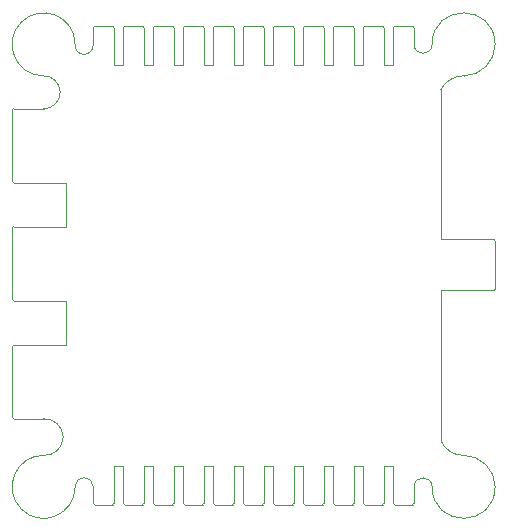
<source format=gko>
G04*
G04 #@! TF.GenerationSoftware,Altium Limited,Altium Designer,20.1.10 (176)*
G04*
G04 Layer_Color=16720538*
%FSLAX25Y25*%
%MOIN*%
G70*
G04*
G04 #@! TF.SameCoordinates,5BC12612-045E-4FBA-96B6-5BC6791460FD*
G04*
G04*
G04 #@! TF.FilePolarity,Positive*
G04*
G01*
G75*
%ADD97C,0.00010*%
D97*
X-70000Y-136998D02*
G03*
X-59499Y-147500I0J-10502D01*
G01*
X-69965Y-137000D02*
G03*
X-70000Y-136998I-35J-500D01*
G01*
X-69968Y-136999D02*
G03*
X-69965Y-137000I389J6078D01*
G01*
D02*
G03*
X-63488Y-130921I386J6078D01*
G01*
D02*
G03*
X-69968Y-124843I-6091J0D01*
G01*
X-70000Y-124844D02*
G03*
X-69968Y-124843I0J501D01*
G01*
X-80502Y-124343D02*
G03*
X-80000Y-124844I501J0D01*
G01*
Y-100219D02*
G03*
X-80502Y-100721I0J-501D01*
G01*
Y-84973D02*
G03*
X-80000Y-85474I501J0D01*
G01*
Y-60849D02*
G03*
X-80502Y-61350I0J-501D01*
G01*
Y-45602D02*
G03*
X-80000Y-46104I501J0D01*
G01*
Y-21479D02*
G03*
X-80502Y-21980I0J-501D01*
G01*
X-69997Y-21479D02*
G03*
X-70000Y-21479I-3J-501D01*
G01*
X-69997D02*
G03*
X-64480Y-15990I29J5489D01*
G01*
D02*
G03*
X-69997Y-10502I-5489J0D01*
G01*
X-70000D02*
G03*
X-69997Y-10502I0J501D01*
G01*
X-59499Y0D02*
G03*
X-70000Y-10502I-10502J0D01*
G01*
X-59501Y-49D02*
G03*
X-59499Y0I-499J49D01*
G01*
X-59501Y-46D02*
G03*
X-59501Y-49I3001J-276D01*
G01*
D02*
G03*
X-53487Y-321I3001J-273D01*
G01*
D02*
G03*
X-53499Y-49I-3013J0D01*
G01*
X-53501Y0D02*
G03*
X-53499Y-49I501J0D01*
G01*
X-53000Y6002D02*
G03*
X-53501Y5500I0J-501D01*
G01*
X-46499D02*
G03*
X-47000Y6002I-501J0D01*
G01*
X-43000D02*
G03*
X-43501Y5500I0J-501D01*
G01*
X-36498D02*
G03*
X-37000Y6002I-501J0D01*
G01*
X-33000D02*
G03*
X-33501Y5500I0J-501D01*
G01*
X-26498D02*
G03*
X-27000Y6002I-501J0D01*
G01*
X-23000D02*
G03*
X-23502Y5500I0J-501D01*
G01*
X-16499D02*
G03*
X-17000Y6002I-501J0D01*
G01*
X-13000D02*
G03*
X-13501Y5500I0J-501D01*
G01*
X-6498D02*
G03*
X-7000Y6002I-501J0D01*
G01*
X-3000D02*
G03*
X-3501Y5500I0J-501D01*
G01*
X3501D02*
G03*
X3000Y6002I-501J0D01*
G01*
X7000D02*
G03*
X6498Y5500I0J-501D01*
G01*
X13501D02*
G03*
X13000Y6002I-501J0D01*
G01*
X17000D02*
G03*
X16499Y5500I0J-501D01*
G01*
X23502D02*
G03*
X23000Y6002I-501J0D01*
G01*
X27000D02*
G03*
X26498Y5500I0J-501D01*
G01*
X33501D02*
G03*
X33000Y6002I-501J0D01*
G01*
X37000D02*
G03*
X36498Y5500I0J-501D01*
G01*
X43501D02*
G03*
X43000Y6002I-501J0D01*
G01*
X47000D02*
G03*
X46499Y5500I0J-501D01*
G01*
X53501D02*
G03*
X53000Y6002I-501J0D01*
G01*
X53501Y0D02*
G03*
X59499Y0I2998J0D01*
G01*
X80502D02*
G03*
X59499Y0I-10502J0D01*
G01*
X70000Y-10502D02*
G03*
X80502Y0I0J10502D01*
G01*
X70001Y-10502D02*
G03*
X69998Y-10502I18J-8645D01*
G01*
D02*
G03*
X62423Y-15019I21J-8645D01*
G01*
X80502Y-65500D02*
G03*
X80000Y-64999I-501J0D01*
G01*
Y-82002D02*
G03*
X80502Y-81500I0J501D01*
G01*
X62423Y-132115D02*
G03*
X69988Y-136999I7430J3208D01*
G01*
D02*
G03*
X69991Y-136999I-135J8092D01*
G01*
X70000Y-136998D02*
G03*
X69988Y-136999I0J-501D01*
G01*
X80502Y-147500D02*
G03*
X70000Y-136998I-10502J0D01*
G01*
X59499Y-147500D02*
G03*
X80502Y-147500I10502J0D01*
G01*
X59499D02*
G03*
X53501Y-147500I-2998J0D01*
G01*
X53000Y-153411D02*
G03*
X53501Y-152909I0J501D01*
G01*
X46499D02*
G03*
X47000Y-153411I501J0D01*
G01*
X43000D02*
G03*
X43501Y-152909I0J501D01*
G01*
X36498D02*
G03*
X37000Y-153411I501J0D01*
G01*
X33000D02*
G03*
X33501Y-152909I0J501D01*
G01*
X26498D02*
G03*
X27000Y-153411I501J0D01*
G01*
X23000D02*
G03*
X23502Y-152909I0J501D01*
G01*
X16499D02*
G03*
X17000Y-153411I501J0D01*
G01*
X13000D02*
G03*
X13501Y-152909I0J501D01*
G01*
X6498D02*
G03*
X7000Y-153411I501J0D01*
G01*
X3000D02*
G03*
X3501Y-152909I0J501D01*
G01*
X-3501D02*
G03*
X-3000Y-153411I501J0D01*
G01*
X-7000D02*
G03*
X-6498Y-152909I0J501D01*
G01*
X-13501D02*
G03*
X-13000Y-153411I501J0D01*
G01*
X-17000D02*
G03*
X-16499Y-152909I0J501D01*
G01*
X-23502D02*
G03*
X-23000Y-153411I501J0D01*
G01*
X-27000D02*
G03*
X-26498Y-152909I0J501D01*
G01*
X-33501D02*
G03*
X-33000Y-153411I501J0D01*
G01*
X-37000D02*
G03*
X-36498Y-152909I0J501D01*
G01*
X-43501D02*
G03*
X-43000Y-153411I501J0D01*
G01*
X-47000D02*
G03*
X-46499Y-152909I0J501D01*
G01*
X-53501D02*
G03*
X-53000Y-153411I501J0D01*
G01*
X-53501Y-147479D02*
G03*
X-53501Y-147500I501J-20D01*
G01*
X-53501Y-147479D02*
G03*
X-53499Y-147357I-2999J122D01*
G01*
D02*
G03*
X-59499Y-147479I-3001J0D01*
G01*
X-59499Y-147500D02*
G03*
X-59499Y-147479I-501J0D01*
G01*
X-69968Y-136999D02*
X-69965Y-137000D01*
X-69968Y-124843D02*
Y-124843D01*
X-80000Y-124844D02*
X-70000D01*
X-80502Y-124343D02*
Y-100721D01*
X-80000Y-100219D02*
X-62596D01*
Y-85474D01*
X-80000D02*
X-62596D01*
X-80502Y-84973D02*
Y-61350D01*
X-80000Y-60849D02*
X-62596D01*
Y-46104D01*
X-80000D02*
X-62596D01*
X-80502Y-45602D02*
Y-21980D01*
X-80000Y-21479D02*
X-70000D01*
X-69997Y-21479D02*
Y-21479D01*
Y-10502D02*
Y-10502D01*
X-59501Y-49D02*
X-59501Y-46D01*
X-53499Y-49D02*
X-53499D01*
X-53501Y0D02*
Y5500D01*
X-53000Y6002D02*
X-47000D01*
X-46499Y-6825D02*
Y5500D01*
Y-6825D02*
X-43501D01*
Y5500D01*
X-43000Y6002D02*
X-37000D01*
X-36498Y-6825D02*
Y5500D01*
Y-6825D02*
X-33501D01*
Y5500D01*
X-33000Y6002D02*
X-27000D01*
X-26498Y-6825D02*
Y5500D01*
Y-6825D02*
X-23502D01*
Y5500D01*
X-23000Y6002D02*
X-17000D01*
X-16499Y-6825D02*
Y5500D01*
Y-6825D02*
X-13501D01*
Y5500D01*
X-13000Y6002D02*
X-7000D01*
X-6498Y-6825D02*
Y5500D01*
Y-6825D02*
X-3501D01*
Y5500D01*
X-3000Y6002D02*
X3000D01*
X3501Y-6825D02*
Y5500D01*
Y-6825D02*
X6498D01*
Y5500D01*
X7000Y6002D02*
X13000D01*
X13501Y-6825D02*
Y5500D01*
Y-6825D02*
X16499D01*
Y5500D01*
X17000Y6002D02*
X23000D01*
X23502Y-6825D02*
Y5500D01*
Y-6825D02*
X26498D01*
Y5500D01*
X27000Y6002D02*
X33000D01*
X33501Y-6739D02*
Y5500D01*
Y-6739D02*
X36498D01*
Y5500D01*
X37000Y6002D02*
X43000D01*
X43501Y-6739D02*
Y5500D01*
Y-6739D02*
X46499D01*
Y5500D01*
X47000Y6002D02*
X53000D01*
X53501Y0D02*
Y5500D01*
X70000Y-10502D02*
X70001D01*
X62423Y-64999D02*
Y-15019D01*
Y-64999D02*
X80000D01*
X80502Y-81500D02*
Y-65500D01*
X62423Y-82002D02*
X80000D01*
X62423Y-132115D02*
Y-82002D01*
X69988Y-136999D02*
X69991Y-136999D01*
X69988Y-136999D02*
Y-136999D01*
X53501Y-152909D02*
Y-147500D01*
X47000Y-153411D02*
X53000D01*
X46499Y-152909D02*
Y-140584D01*
X43501D02*
X46499D01*
X43501Y-152909D02*
Y-140584D01*
X37000Y-153411D02*
X43000D01*
X36498Y-152909D02*
Y-140584D01*
X33501D02*
X36498D01*
X33501Y-152909D02*
Y-140584D01*
X27000Y-153411D02*
X33000D01*
X26498Y-152909D02*
Y-140584D01*
X23502D02*
X26498D01*
X23502Y-152909D02*
Y-140584D01*
X17000Y-153411D02*
X23000D01*
X16499Y-152909D02*
Y-140584D01*
X13501D02*
X16499D01*
X13501Y-152909D02*
Y-140584D01*
X7000Y-153411D02*
X13000D01*
X6498Y-152909D02*
Y-140584D01*
X3501D02*
X6498D01*
X3501Y-152909D02*
Y-140584D01*
X-3000Y-153411D02*
X3000D01*
X-3501Y-152909D02*
Y-140584D01*
X-6498D02*
X-3501D01*
X-6498Y-152909D02*
Y-140584D01*
X-13000Y-153411D02*
X-7000D01*
X-13501Y-152909D02*
Y-140584D01*
X-16499D02*
X-13501D01*
X-16499Y-152909D02*
Y-140584D01*
X-23000Y-153411D02*
X-17000D01*
X-23502Y-152909D02*
Y-140584D01*
X-26498D02*
X-23502D01*
X-26498Y-152909D02*
Y-140584D01*
X-33000Y-153411D02*
X-27000D01*
X-33501Y-152909D02*
Y-140671D01*
X-36498D02*
X-33501D01*
X-36498Y-152909D02*
Y-140671D01*
X-43000Y-153411D02*
X-37000D01*
X-43501Y-152909D02*
Y-140671D01*
X-46499D02*
X-43501D01*
X-46499Y-152909D02*
Y-140671D01*
X-53000Y-153411D02*
X-47000D01*
X-53501Y-152909D02*
Y-147500D01*
X-53501Y-147479D02*
X-53501Y-147479D01*
X-59499D02*
X-59499Y-147479D01*
M02*

</source>
